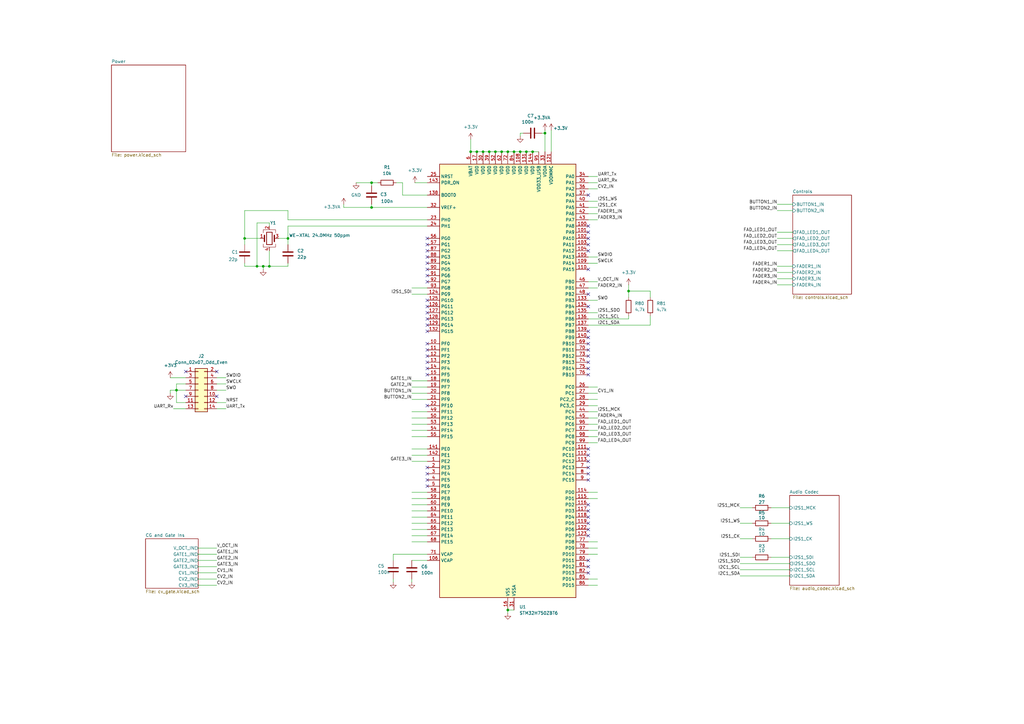
<source format=kicad_sch>
(kicad_sch (version 20250114) (generator "eeschema") (generator_version "9.0")
  (paper "A3")
  (junction (at 208.28 62.23))
  (junction (at 210.82 62.23))
  (junction (at 147.32 -118.11))
  (junction (at 123.19 -74.93))
  (junction (at 160.02 -130.81))
  (junction (at 105.41 109.22))
  (junction (at 208.28 -113.03))
  (junction (at 213.36 62.23))
  (junction (at 120.65 -74.93))
  (junction (at 205.74 62.23))
  (junction (at 223.52 54.61))
  (junction (at 152.4 85.09))
  (junction (at 107.95 109.22))
  (junction (at 149.86 -104.14))
  (junction (at 215.9 62.23))
  (junction (at 218.44 62.23))
  (junction (at 113.03 -86.36))
  (junction (at 213.36 -113.03))
  (junction (at 195.58 62.23))
  (junction (at 110.49 109.22))
  (junction (at 118.11 -74.93))
  (junction (at 205.74 -113.03))
  (junction (at 198.12 62.23))
  (junction (at 100.33 97.79))
  (junction (at 147.32 -130.81))
  (junction (at 203.2 62.23))
  (junction (at 205.74 -17.78))
  (junction (at 118.11 97.79))
  (junction (at 72.39 160.02))
  (junction (at 200.66 -113.03))
  (junction (at 208.28 250.19))
  (junction (at 210.82 -113.03))
  (junction (at 193.04 62.23))
  (junction (at 200.66 62.23))
  (junction (at 203.2 -113.03))
  (junction (at 257.81 119.38))
  (junction (at 213.36 -119.38))
  (junction (at 152.4 74.93))
  (junction (at 130.81 -86.36))
  (no_connect (at 241.3 196.85))
  (no_connect (at 241.3 229.87))
  (no_connect (at 175.26 115.57))
  (no_connect (at 88.9 152.4))
  (no_connect (at 241.3 189.23))
  (no_connect (at 241.3 100.33))
  (no_connect (at 241.3 207.01))
  (no_connect (at 241.3 217.17))
  (no_connect (at 241.3 135.89))
  (no_connect (at 241.3 102.87))
  (no_connect (at 241.3 92.71))
  (no_connect (at 241.3 120.65))
  (no_connect (at 241.3 234.95))
  (no_connect (at 241.3 153.67))
  (no_connect (at 175.26 125.73))
  (no_connect (at 175.26 123.19))
  (no_connect (at 241.3 138.43))
  (no_connect (at 241.3 80.01))
  (no_connect (at 76.2 152.4))
  (no_connect (at 241.3 97.79))
  (no_connect (at 175.26 113.03))
  (no_connect (at 175.26 135.89))
  (no_connect (at 175.26 107.95))
  (no_connect (at 241.3 125.73))
  (no_connect (at 88.9 162.56))
  (no_connect (at 241.3 151.13))
  (no_connect (at 241.3 194.31))
  (no_connect (at 175.26 166.37))
  (no_connect (at 241.3 214.63))
  (no_connect (at 175.26 191.77))
  (no_connect (at 175.26 143.51))
  (no_connect (at 175.26 102.87))
  (no_connect (at 175.26 199.39))
  (no_connect (at 175.26 97.79))
  (no_connect (at 241.3 186.69))
  (no_connect (at 241.3 146.05))
  (no_connect (at 241.3 110.49))
  (no_connect (at 175.26 146.05))
  (no_connect (at 175.26 110.49))
  (no_connect (at 175.26 196.85))
  (no_connect (at 175.26 105.41))
  (no_connect (at 241.3 140.97))
  (no_connect (at 76.2 162.56))
  (no_connect (at 175.26 128.27))
  (no_connect (at 241.3 232.41))
  (no_connect (at 241.3 191.77))
  (no_connect (at 175.26 140.97))
  (no_connect (at 175.26 148.59))
  (no_connect (at 241.3 143.51))
  (no_connect (at 175.26 194.31))
  (no_connect (at 241.3 148.59))
  (no_connect (at 241.3 219.71))
  (no_connect (at 175.26 133.35))
  (no_connect (at 175.26 100.33))
  (no_connect (at 175.26 130.81))
  (no_connect (at 175.26 153.67))
  (no_connect (at 241.3 95.25))
  (no_connect (at 241.3 212.09))
  (no_connect (at 175.26 151.13))
  (no_connect (at 241.3 184.15))
  (no_connect (at 241.3 209.55))
  (wire (pts (xy 175.26 85.09) (xy 152.4 85.09)))
  (wire (pts (xy 123.19 -81.28) (xy 123.19 -74.93)))
  (wire (pts (xy 107.95 109.22) (xy 110.49 109.22)))
  (wire (pts (xy 152.4 -104.14) (xy 149.86 -104.14)))
  (wire (pts (xy 113.03 -97.79) (xy 130.81 -97.79)))
  (wire (pts (xy 203.2 -113.03) (xy 203.2 -111.76)))
  (wire (pts (xy 71.12 167.64) (xy 76.2 167.64)))
  (wire (pts (xy 105.41 91.44) (xy 105.41 109.22)))
  (wire (pts (xy 203.2 62.23) (xy 205.74 62.23)))
  (wire (pts (xy 72.39 160.02) (xy 72.39 157.48)))
  (wire (pts (xy 200.66 -116.84) (xy 200.66 -113.03)))
  (wire (pts (xy 81.28 240.03) (xy 88.9 240.03)))
  (wire (pts (xy 168.91 237.49) (xy 168.91 238.76)))
  (wire (pts (xy 120.65 -74.93) (xy 123.19 -74.93)))
  (wire (pts (xy 168.91 176.53) (xy 175.26 176.53)))
  (wire (pts (xy 168.91 214.63) (xy 175.26 214.63)))
  (wire (pts (xy 200.66 62.23) (xy 203.2 62.23)))
  (wire (pts (xy 241.3 77.47) (xy 245.11 77.47)))
  (wire (pts (xy 113.03 -86.36) (xy 119.38 -86.36)))
  (wire (pts (xy 88.9 157.48) (xy 92.71 157.48)))
  (wire (pts (xy 100.33 97.79) (xy 106.68 97.79)))
  (wire (pts (xy 210.82 -113.03) (xy 213.36 -113.03)))
  (wire (pts (xy 88.9 167.64) (xy 92.71 167.64)))
  (wire (pts (xy 241.3 240.03) (xy 245.11 240.03)))
  (wire (pts (xy 215.9 62.23) (xy 218.44 62.23)))
  (wire (pts (xy 241.3 87.63) (xy 245.11 87.63)))
  (wire (pts (xy 241.3 115.57) (xy 245.11 115.57)))
  (wire (pts (xy 168.91 207.01) (xy 175.26 207.01)))
  (wire (pts (xy 120.65 -74.93) (xy 120.65 -73.66)))
  (wire (pts (xy 205.74 62.23) (xy 208.28 62.23)))
  (wire (pts (xy 100.33 86.36) (xy 100.33 97.79)))
  (wire (pts (xy 81.28 227.33) (xy 88.9 227.33)))
  (wire (pts (xy 161.29 237.49) (xy 161.29 238.76)))
  (wire (pts (xy 222.25 -119.38) (xy 222.25 -116.84)))
  (wire (pts (xy 241.3 133.35) (xy 266.7 133.35)))
  (wire (pts (xy 160.02 -104.14) (xy 162.56 -104.14)))
  (wire (pts (xy 208.28 -113.03) (xy 208.28 -111.76)))
  (wire (pts (xy 113.03 -97.79) (xy 113.03 -86.36)))
  (wire (pts (xy 241.3 166.37) (xy 245.11 166.37)))
  (wire (pts (xy 318.77 95.25) (xy 325.12 95.25)))
  (wire (pts (xy 162.56 -104.14) (xy 162.56 -99.06)))
  (wire (pts (xy 213.36 -119.38) (xy 213.36 -113.03)))
  (wire (pts (xy 130.81 -74.93) (xy 130.81 -76.2)))
  (wire (pts (xy 118.11 109.22) (xy 118.11 107.95)))
  (wire (pts (xy 303.53 228.6) (xy 308.61 228.6)))
  (wire (pts (xy 130.81 -97.79) (xy 130.81 -93.98)))
  (wire (pts (xy 154.94 74.93) (xy 152.4 74.93)))
  (wire (pts (xy 147.32 -130.81) (xy 147.32 -129.54)))
  (wire (pts (xy 165.1 80.01) (xy 175.26 80.01)))
  (wire (pts (xy 213.36 -120.65) (xy 213.36 -119.38)))
  (wire (pts (xy 130.81 -93.98) (xy 187.96 -93.98)))
  (wire (pts (xy 208.28 251.46) (xy 208.28 250.19)))
  (wire (pts (xy 241.3 130.81) (xy 257.81 130.81)))
  (wire (pts (xy 241.3 107.95) (xy 245.11 107.95)))
  (wire (pts (xy 152.4 74.93) (xy 146.05 74.93)))
  (wire (pts (xy 81.28 232.41) (xy 88.9 232.41)))
  (wire (pts (xy 303.53 220.98) (xy 308.61 220.98)))
  (wire (pts (xy 152.4 85.09) (xy 140.97 85.09)))
  (wire (pts (xy 175.26 227.33) (xy 161.29 227.33)))
  (wire (pts (xy 266.7 129.54) (xy 266.7 133.35)))
  (wire (pts (xy 81.28 229.87) (xy 88.9 229.87)))
  (wire (pts (xy 241.3 237.49) (xy 245.11 237.49)))
  (wire (pts (xy 173.99 -40.64) (xy 173.99 -38.1)))
  (wire (pts (xy 245.11 171.45) (xy 241.3 171.45)))
  (wire (pts (xy 226.06 53.34) (xy 226.06 62.23)))
  (wire (pts (xy 113.03 -74.93) (xy 113.03 -76.2)))
  (wire (pts (xy 72.39 165.1) (xy 72.39 160.02)))
  (wire (pts (xy 147.32 -116.84) (xy 147.32 -118.11)))
  (wire (pts (xy 162.56 74.93) (xy 165.1 74.93)))
  (wire (pts (xy 100.33 109.22) (xy 100.33 107.95)))
  (wire (pts (xy 168.91 163.83) (xy 175.26 163.83)))
  (wire (pts (xy 318.77 83.82) (xy 325.12 83.82)))
  (wire (pts (xy 110.49 102.87) (xy 110.49 109.22)))
  (wire (pts (xy 316.23 214.63) (xy 323.85 214.63)))
  (wire (pts (xy 213.36 -113.03) (xy 213.36 -111.76)))
  (wire (pts (xy 105.41 109.22) (xy 107.95 109.22)))
  (wire (pts (xy 118.11 90.17) (xy 175.26 90.17)))
  (wire (pts (xy 241.3 173.99) (xy 245.11 173.99)))
  (wire (pts (xy 193.04 57.15) (xy 193.04 62.23)))
  (wire (pts (xy 127 -86.36) (xy 130.81 -86.36)))
  (wire (pts (xy 100.33 109.22) (xy 105.41 109.22)))
  (wire (pts (xy 257.81 129.54) (xy 257.81 130.81)))
  (wire (pts (xy 318.77 97.79) (xy 325.12 97.79)))
  (wire (pts (xy 205.74 -17.78) (xy 205.74 -16.51)))
  (wire (pts (xy 107.95 109.22) (xy 107.95 110.49)))
  (wire (pts (xy 241.3 72.39) (xy 245.11 72.39)))
  (wire (pts (xy 205.74 -113.03) (xy 208.28 -113.03)))
  (wire (pts (xy 245.11 118.11) (xy 241.3 118.11)))
  (wire (pts (xy 168.91 161.29) (xy 175.26 161.29)))
  (wire (pts (xy 168.91 219.71) (xy 175.26 219.71)))
  (wire (pts (xy 81.28 234.95) (xy 88.9 234.95)))
  (wire (pts (xy 318.77 102.87) (xy 325.12 102.87)))
  (wire (pts (xy 241.3 158.75) (xy 245.11 158.75)))
  (wire (pts (xy 100.33 86.36) (xy 118.11 86.36)))
  (wire (pts (xy 168.91 186.69) (xy 175.26 186.69)))
  (wire (pts (xy 200.66 -113.03) (xy 200.66 -111.76)))
  (wire (pts (xy 241.3 179.07) (xy 245.11 179.07)))
  (wire (pts (xy 218.44 62.23) (xy 220.98 62.23)))
  (wire (pts (xy 168.91 184.15) (xy 175.26 184.15)))
  (wire (pts (xy 130.81 -91.44) (xy 130.81 -86.36)))
  (wire (pts (xy 81.28 224.79) (xy 88.9 224.79)))
  (wire (pts (xy 168.91 120.65) (xy 175.26 120.65)))
  (wire (pts (xy 168.91 171.45) (xy 175.26 171.45)))
  (wire (pts (xy 303.53 236.22) (xy 323.85 236.22)))
  (wire (pts (xy 168.91 201.93) (xy 175.26 201.93)))
  (wire (pts (xy 118.11 86.36) (xy 118.11 90.17)))
  (wire (pts (xy 208.28 62.23) (xy 210.82 62.23)))
  (wire (pts (xy 303.53 233.68) (xy 323.85 233.68)))
  (wire (pts (xy 303.53 208.28) (xy 308.61 208.28)))
  (wire (pts (xy 100.33 100.33) (xy 100.33 97.79)))
  (wire (pts (xy 223.52 54.61) (xy 223.52 62.23)))
  (wire (pts (xy 181.61 -30.48) (xy 181.61 -29.21)))
  (wire (pts (xy 200.66 -113.03) (xy 203.2 -113.03)))
  (wire (pts (xy 147.32 -130.81) (xy 160.02 -130.81)))
  (wire (pts (xy 139.7 -130.81) (xy 147.32 -130.81)))
  (wire (pts (xy 118.11 100.33) (xy 118.11 97.79)))
  (wire (pts (xy 123.19 -74.93) (xy 130.81 -74.93)))
  (wire (pts (xy 241.3 204.47) (xy 245.11 204.47)))
  (wire (pts (xy 213.36 62.23) (xy 215.9 62.23)))
  (wire (pts (xy 208.28 -113.03) (xy 210.82 -113.03)))
  (wire (pts (xy 162.56 -99.06) (xy 187.96 -99.06)))
  (wire (pts (xy 198.12 62.23) (xy 200.66 62.23)))
  (wire (pts (xy 160.02 -130.81) (xy 187.96 -130.81)))
  (wire (pts (xy 168.91 209.55) (xy 175.26 209.55)))
  (wire (pts (xy 316.23 220.98) (xy 323.85 220.98)))
  (wire (pts (xy 123.19 -92.71) (xy 123.19 -91.44)))
  (wire (pts (xy 205.74 -113.03) (xy 205.74 -111.76)))
  (wire (pts (xy 318.77 116.84) (xy 325.12 116.84)))
  (wire (pts (xy 130.81 -91.44) (xy 187.96 -91.44)))
  (wire (pts (xy 123.19 -92.71) (xy 118.11 -92.71)))
  (wire (pts (xy 81.28 237.49) (xy 88.9 237.49)))
  (wire (pts (xy 168.91 179.07) (xy 175.26 179.07)))
  (wire (pts (xy 161.29 227.33) (xy 161.29 229.87)))
  (wire (pts (xy 69.85 160.02) (xy 72.39 160.02)))
  (wire (pts (xy 316.23 228.6) (xy 323.85 228.6)))
  (wire (pts (xy 168.91 222.25) (xy 175.26 222.25)))
  (wire (pts (xy 149.86 -104.14) (xy 143.51 -104.14)))
  (wire (pts (xy 88.9 160.02) (xy 92.71 160.02)))
  (wire (pts (xy 203.2 -113.03) (xy 205.74 -113.03)))
  (wire (pts (xy 318.77 109.22) (xy 325.12 109.22)))
  (wire (pts (xy 266.7 119.38) (xy 266.7 121.92)))
  (wire (pts (xy 245.11 90.17) (xy 241.3 90.17)))
  (wire (pts (xy 168.91 212.09) (xy 175.26 212.09)))
  (wire (pts (xy 168.91 229.87) (xy 175.26 229.87)))
  (wire (pts (xy 175.26 158.75) (xy 168.91 158.75)))
  (wire (pts (xy 165.1 74.93) (xy 165.1 80.01)))
  (wire (pts (xy 241.3 224.79) (xy 245.11 224.79)))
  (wire (pts (xy 149.86 -102.87) (xy 149.86 -104.14)))
  (wire (pts (xy 118.11 92.71) (xy 175.26 92.71)))
  (wire (pts (xy 223.52 53.34) (xy 223.52 54.61)))
  (wire (pts (xy 241.3 163.83) (xy 245.11 163.83)))
  (wire (pts (xy 210.82 -113.03) (xy 210.82 -111.76)))
  (wire (pts (xy 113.03 -74.93) (xy 118.11 -74.93)))
  (wire (pts (xy 170.18 74.93) (xy 175.26 74.93)))
  (wire (pts (xy 72.39 160.02) (xy 76.2 160.02)))
  (wire (pts (xy 214.63 -119.38) (xy 213.36 -119.38)))
  (wire (pts (xy 210.82 62.23) (xy 213.36 62.23)))
  (wire (pts (xy 181.61 -38.1) (xy 187.96 -38.1)))
  (wire (pts (xy 318.77 100.33) (xy 325.12 100.33)))
  (wire (pts (xy 168.91 173.99) (xy 175.26 173.99)))
  (wire (pts (xy 208.28 250.19) (xy 210.82 250.19)))
  (wire (pts (xy 241.3 123.19) (xy 245.11 123.19)))
  (wire (pts (xy 160.02 -130.81) (xy 160.02 -128.27)))
  (wire (pts (xy 193.04 62.23) (xy 195.58 62.23)))
  (wire (pts (xy 241.3 181.61) (xy 245.11 181.61)))
  (wire (pts (xy 241.3 82.55) (xy 245.11 82.55)))
  (wire (pts (xy 160.02 -120.65) (xy 160.02 -118.11)))
  (wire (pts (xy 147.32 -119.38) (xy 147.32 -118.11)))
  (wire (pts (xy 241.3 161.29) (xy 245.11 161.29)))
  (wire (pts (xy 88.9 154.94) (xy 92.71 154.94)))
  (wire (pts (xy 187.96 -130.81) (xy 187.96 -104.14)))
  (wire (pts (xy 76.2 165.1) (xy 72.39 165.1)))
  (wire (pts (xy 152.4 83.82) (xy 152.4 85.09)))
  (wire (pts (xy 303.53 231.14) (xy 323.85 231.14)))
  (wire (pts (xy 316.23 208.28) (xy 323.85 208.28)))
  (wire (pts (xy 241.3 176.53) (xy 245.11 176.53)))
  (wire (pts (xy 110.49 91.44) (xy 110.49 92.71)))
  (wire (pts (xy 303.53 214.63) (xy 308.61 214.63)))
  (wire (pts (xy 118.11 -74.93) (xy 120.65 -74.93)))
  (wire (pts (xy 114.3 97.79) (xy 118.11 97.79)))
  (wire (pts (xy 113.03 -83.82) (xy 113.03 -86.36)))
  (wire (pts (xy 168.91 189.23) (xy 175.26 189.23)))
  (wire (pts (xy 173.99 -30.48) (xy 173.99 -29.21)))
  (wire (pts (xy 168.91 118.11) (xy 175.26 118.11)))
  (wire (pts (xy 318.77 86.36) (xy 325.12 86.36)))
  (wire (pts (xy 205.74 -17.78) (xy 208.28 -17.78)))
  (wire (pts (xy 118.11 92.71) (xy 118.11 97.79)))
  (wire (pts (xy 168.91 204.47) (xy 175.26 204.47)))
  (wire (pts (xy 318.77 111.76) (xy 325.12 111.76)))
  (wire (pts (xy 222.25 54.61) (xy 223.52 54.61)))
  (wire (pts (xy 318.77 114.3) (xy 325.12 114.3)))
  (wire (pts (xy 241.3 201.93) (xy 245.11 201.93)))
  (wire (pts (xy 213.36 54.61) (xy 214.63 54.61)))
  (wire (pts (xy 241.3 227.33) (xy 245.11 227.33)))
  (wire (pts (xy 69.85 161.29) (xy 69.85 160.02)))
  (wire (pts (xy 140.97 83.82) (xy 140.97 85.09)))
  (wire (pts (xy 241.3 105.41) (xy 245.11 105.41)))
  (wire (pts (xy 110.49 91.44) (xy 105.41 91.44)))
  (wire (pts (xy 187.96 -40.64) (xy 173.99 -40.64)))
  (wire (pts (xy 168.91 168.91) (xy 175.26 168.91)))
  (wire (pts (xy 241.3 85.09) (xy 245.11 85.09)))
  (wire (pts (xy 257.81 119.38) (xy 257.81 121.92)))
  (wire (pts (xy 195.58 62.23) (xy 198.12 62.23)))
  (wire (pts (xy 69.85 154.94) (xy 76.2 154.94)))
  (wire (pts (xy 160.02 -118.11) (xy 147.32 -118.11)))
  (wire (pts (xy 110.49 109.22) (xy 118.11 109.22)))
  (wire (pts (xy 168.91 217.17) (xy 175.26 217.17)))
  (wire (pts (xy 241.3 168.91) (xy 245.11 168.91)))
  (wire (pts (xy 257.81 119.38) (xy 266.7 119.38)))
  (wire (pts (xy 257.81 116.84) (xy 257.81 119.38)))
  (wire (pts (xy 241.3 222.25) (xy 245.11 222.25)))
  (wire (pts (xy 118.11 -92.71) (xy 118.11 -74.93)))
  (wire (pts (xy 213.36 55.88) (xy 213.36 54.61)))
  (wire (pts (xy 76.2 157.48) (xy 72.39 157.48)))
  (wire (pts (xy 88.9 165.1) (xy 92.71 165.1)))
  (wire (pts (xy 175.26 156.21) (xy 168.91 156.21)))
  (wire (pts (xy 130.81 -83.82) (xy 130.81 -86.36)))
  (wire (pts (xy 152.4 76.2) (xy 152.4 74.93)))
  (wire (pts (xy 241.3 74.93) (xy 245.11 74.93)))
  (wire (pts (xy 241.3 128.27) (xy 245.11 128.27)))
  (label "FADER1_IN" (at 318.77 109.22 180))
  (label "SWO" (at 92.71 160.02 0))
  (label "I2C1_SCL" (at 245.11 130.81 0))
  (label "CV2_IN" (at 88.9 237.49 0))
  (label "I2S1_WS" (at 303.53 214.63 180))
  (label "BUTTON1_IN" (at 168.91 161.29 180))
  (label "CV1_IN" (at 245.11 161.29 0))
  (label "FADER1_IN" (at 245.11 87.63 0))
  (label "FADER4_IN" (at 245.11 171.45 0))
  (label "I2S1_MCK" (at 245.11 168.91 0))
  (label "SWO" (at 245.11 123.19 0))
  (label "FAD_LED3_OUT" (at 245.11 179.07 0))
  (label "FAD_LED1_OUT" (at 318.77 95.25 180))
  (label "SWCLK" (at 245.11 107.95 0))
  (label "GATE3_IN" (at 168.91 189.23 180))
  (label "FAD_LED1_OUT" (at 245.11 173.99 0))
  (label "BUTTON2_IN" (at 318.77 86.36 180))
  (label "I2S1_SDO" (at 245.11 128.27 0))
  (label "SWCLK" (at 92.71 157.48 0))
  (label "UART_Rx" (at 245.11 74.93 0))
  (label "I2C1_SDA" (at 245.11 133.35 0))
  (label "BUTTON1_IN" (at 318.77 83.82 180))
  (label "GATE2_IN" (at 168.91 158.75 180))
  (label "GATE1_IN" (at 88.9 227.33 0))
  (label "UART_Tx" (at 92.71 167.64 0))
  (label "GATE2_IN" (at 88.9 229.87 0))
  (label "FADER3_IN" (at 318.77 114.3 180))
  (label "UART_Tx" (at 245.11 72.39 0))
  (label "I2S1_SDI" (at 303.53 228.6 180))
  (label "FADER3_IN" (at 245.11 90.17 0))
  (label "FAD_LED3_OUT" (at 318.77 100.33 180))
  (label "I2S1_SDO" (at 303.53 231.14 180))
  (label "FADER2_IN" (at 318.77 111.76 180))
  (label "I2S1_SDI" (at 168.91 120.65 180))
  (label "GATE1_IN" (at 168.91 156.21 180))
  (label "V_OCT_IN" (at 245.11 115.57 0))
  (label "FADER4_IN" (at 318.77 116.84 180))
  (label "GATE3_IN" (at 88.9 232.41 0))
  (label "I2S1_CK" (at 245.11 85.09 0))
  (label "NRST" (at 92.71 165.1 0))
  (label "SWDIO" (at 245.11 105.41 0))
  (label "CV2_IN" (at 88.9 240.03 0))
  (label "BUTTON2_IN" (at 168.91 163.83 180))
  (label "FAD_LED2_OUT" (at 245.11 176.53 0))
  (label "I2C1_SDA" (at 303.53 236.22 180))
  (label "I2C1_SCL" (at 303.53 233.68 180))
  (label "CV1_IN" (at 88.9 234.95 0))
  (label "FAD_LED4_OUT" (at 318.77 102.87 180))
  (label "SWDIO" (at 92.71 154.94 0))
  (label "NRST" (at 139.7 -130.81 180))
  (label "FAD_LED2_OUT" (at 318.77 97.79 180))
  (label "CV2_IN" (at 245.11 77.47 0))
  (label "I2S1_WS" (at 245.11 82.55 0))
  (label "FAD_LED4_OUT" (at 245.11 181.61 0))
  (label "V_OCT_IN" (at 88.9 224.79 0))
  (label "I2S1_CK" (at 303.53 220.98 180))
  (label "UART_Rx" (at 71.12 167.64 180))
  (label "FADER2_IN" (at 245.11 118.11 0))
  (label "I2S1_MCK" (at 303.53 208.28 180))
  (symbol (lib_id "power:+3.3V") (at 200.66 -116.84 0) (unit 1)
    (property "Reference" "#PWR016" (effects (hide yes)))
    (property "Value" "+3.3V" (at 200.66 -121.92 0))
    (property "Description" "Power symbol creates a global label with name \"+3.3V\"" (effects (hide yes)))
  )
  (symbol (lib_id "power:+3V3") (at 69.85 154.94 0) (unit 1)
    (property "Reference" "#PWR02" (effects (hide yes)))
    (property "Value" "+3V3" (at 69.85 149.86 0))
    (property "Description" "Power symbol creates a global label with name \"+3V3\"" (effects (hide yes)))
  )
  (symbol (lib_id "power:GND") (at 181.61 -29.21 0) (unit 1)
    (property "Reference" "#PWR0110" (effects (hide yes)))
    (property "Value" "GND" (effects (hide yes)))
    (property "Description" "Power symbol creates a global label with name \"GND\" , ground" (effects (hide yes)))
  )
  (symbol (lib_id "Device:C") (at 218.44 -119.38 270) (unit 1)
    (property "Reference" "C11" (at 218.948 -126.492 90) (effects (justify right)))
    (property "Value" "100n" (at 218.948 -123.952 90) (effects (justify right)))
    (property "Footprint" "Capacitor_SMD:C_0603_1608Metric" (effects (hide yes)))
    (property "Description" "Unpolarized capacitor" (effects (hide yes)))
    (property "Manufacturer_Name" "KYOCERA AVX " (effects (hide yes)))
    (property "Manufacturer_Part_Number" "KAF15BR72A104KT" (effects (hide yes)))
    (property "Mouser Part Number" "581-KAF15BR72A104KT" (effects (hide yes)))
  )
  (symbol (lib_id "Device:R") (at 257.81 125.73 0) (unit 1)
    (property "Reference" "R80" (at 260.35 124.4599 0) (effects (justify left)))
    (property "Value" "4.7k" (at 260.35 126.9999 0) (effects (justify left)))
    (property "Footprint" "Resistor_SMD:R_0603_1608Metric_Pad0.98x0.95mm_HandSolder" (effects (hide yes)))
    (property "Description" "Resistor" (effects (hide yes)))
  )
  (symbol (lib_id "Device:Crystal_GND24") (at 110.49 97.79 0) (unit 1)
    (property "Reference" "Y1" (at 112.014 91.44 0))
    (property "Value" "WE-XTAL 24.0MHz 50ppm" (at 131.064 96.52 0))
    (property "Footprint" "Crystal:Crystal_SMD_3225-4Pin_3.2x2.5mm_HandSoldering" (effects (hide yes)))
    (property "Description" "Four pin crystal, GND on pins 2 and 4" (effects (hide yes)))
    (property "Manufacturer_Name" "Wurth Elektronik" (effects (hide yes)))
    (property "Manufacturer_Part_Number" "830064703 " (effects (hide yes)))
    (property "Mouser Part Number" " 710-830064703" (effects (hide yes)))
  )
  (symbol (lib_id "power:+3.3V") (at 193.04 57.15 0) (unit 1)
    (property "Reference" "#PWR011" (effects (hide yes)))
    (property "Value" "+3.3V" (at 193.04 52.07 0))
    (property "Description" "Power symbol creates a global label with name \"+3.3V\"" (effects (hide yes)))
  )
  (symbol (lib_id "Device:C") (at 152.4 80.01 0) (unit 1)
    (property "Reference" "C3" (at 155.956 79.756 0) (effects (justify left)))
    (property "Value" "100n" (at 156.21 82.55 0) (effects (justify left)))
    (property "Footprint" "Capacitor_SMD:C_0603_1608Metric" (effects (hide yes)))
    (property "Description" "Unpolarized capacitor" (effects (hide yes)))
    (property "Manufacturer_Name" "KYOCERA AVX " (effects (hide yes)))
    (property "Manufacturer_Part_Number" "KAF15BR72A104KT" (effects (hide yes)))
    (property "Mouser Part Number" "581-KAF15BR72A104KT" (effects (hide yes)))
  )
  (symbol (lib_id "power:GND") (at 147.32 -116.84 0) (unit 1)
    (property "Reference" "#PWR06" (effects (hide yes)))
    (property "Value" "GND" (effects (hide yes)))
    (property "Description" "Power symbol creates a global label with name \"GND\" , ground" (effects (hide yes)))
  )
  (symbol (lib_id "power:GND") (at 168.91 238.76 0) (unit 1)
    (property "Reference" "#PWR09" (effects (hide yes)))
    (property "Value" "GND" (effects (hide yes)))
    (property "Description" "Power symbol creates a global label with name \"GND\" , ground" (effects (hide yes)))
  )
  (symbol (lib_id "Device:C") (at 173.99 -34.29 180) (unit 1)
    (property "Reference" "C10" (at 167.64 -35.814 0) (effects (justify right)))
    (property "Value" "100n" (at 167.64 -33.274 0) (effects (justify right)))
    (property "Footprint" "Capacitor_SMD:C_0603_1608Metric" (effects (hide yes)))
    (property "Description" "Unpolarized capacitor" (effects (hide yes)))
    (property "Manufacturer_Name" "KYOCERA AVX " (effects (hide yes)))
    (property "Manufacturer_Part_Number" "KAF15BR72A104KT" (effects (hide yes)))
    (property "Mouser Part Number" "581-KAF15BR72A104KT" (effects (hide yes)))
  )
  (symbol (lib_id "Device:C") (at 118.11 104.14 0) (unit 1)
    (property "Reference" "C2" (at 121.92 102.8699 0) (effects (justify left)))
    (property "Value" "22p" (at 121.92 105.4099 0) (effects (justify left)))
    (property "Footprint" "Capacitor_SMD:C_0603_1608Metric" (effects (hide yes)))
    (property "Description" "Unpolarized capacitor" (effects (hide yes)))
    (property "Manufacturer_Name" "KEMET " (effects (hide yes)))
    (property "Manufacturer_Part_Number" " C0603C220J1GACTU" (effects (hide yes)))
    (property "Mouser Part Number" " 80-C0603C220J1G" (effects (hide yes)))
  )
  (symbol (lib_id "Device:C") (at 160.02 -124.46 0) (unit 1)
    (property "Reference" "C4" (at 163.83 -125.7301 0) (effects (justify left)))
    (property "Value" "100n" (at 163.83 -123.1901 0) (effects (justify left)))
    (property "Footprint" "Capacitor_SMD:C_0603_1608Metric" (effects (hide yes)))
    (property "Description" "Unpolarized capacitor" (effects (hide yes)))
    (property "Manufacturer_Name" "KYOCERA AVX " (effects (hide yes)))
    (property "Manufacturer_Part_Number" "KAF15BR72A104KT" (effects (hide yes)))
    (property "Mouser Part Number" "581-KAF15BR72A104KT" (effects (hide yes)))
  )
  (symbol (lib_id "power:GND") (at 143.51 -104.14 0) (unit 1)
    (property "Reference" "#PWR03" (effects (hide yes)))
    (property "Value" "GND" (at 143.51 -99.06 0))
    (property "Description" "Power symbol creates a global label with name \"GND\" , ground" (effects (hide yes)))
  )
  (symbol (lib_id "Device:C") (at 113.03 -80.01 0) (unit 1)
    (property "Reference" "C12" (at 107.696 -80.772 0) (effects (justify left)))
    (property "Value" "22p" (at 106.426 -77.724 0) (effects (justify left)))
    (property "Footprint" "Capacitor_SMD:C_0603_1608Metric" (effects (hide yes)))
    (property "Description" "Unpolarized capacitor" (effects (hide yes)))
    (property "Manufacturer_Name" "KEMET " (effects (hide yes)))
    (property "Manufacturer_Part_Number" " C0603C220J1GACTU" (effects (hide yes)))
    (property "Mouser Part Number" " 80-C0603C220J1G" (effects (hide yes)))
  )
  (symbol (lib_id "Device:C") (at 100.33 104.14 0) (unit 1)
    (property "Reference" "C1" (at 94.996 103.378 0) (effects (justify left)))
    (property "Value" "22p" (at 93.726 106.426 0) (effects (justify left)))
    (property "Footprint" "Capacitor_SMD:C_0603_1608Metric" (effects (hide yes)))
    (property "Description" "Unpolarized capacitor" (effects (hide yes)))
    (property "Manufacturer_Name" "KEMET " (effects (hide yes)))
    (property "Manufacturer_Part_Number" " C0603C220J1GACTU" (effects (hide yes)))
    (property "Mouser Part Number" " 80-C0603C220J1G" (effects (hide yes)))
  )
  (symbol (lib_id "power:GND") (at 208.28 251.46 0) (unit 1)
    (property "Reference" "#PWR012" (effects (hide yes)))
    (property "Value" "GND" (effects (hide yes)))
    (property "Description" "Power symbol creates a global label with name \"GND\" , ground" (effects (hide yes)))
  )
  (symbol (lib_id "power:GND") (at 107.95 110.49 0) (unit 1)
    (property "Reference" "#PWR04" (effects (hide yes)))
    (property "Value" "GND" (effects (hide yes)))
    (property "Description" "Power symbol creates a global label with name \"GND\" , ground" (effects (hide yes)))
  )
  (symbol (lib_id "Device:R") (at 312.42 220.98 90) (unit 1)
    (property "Reference" "R4" (at 312.42 217.17 90))
    (property "Value" "10" (at 312.42 218.948 90))
    (property "Description" "Resistor" (effects (hide yes)))
  )
  (symbol (lib_id "Device:C") (at 130.81 -80.01 0) (unit 1)
    (property "Reference" "C13" (at 134.62 -81.2801 0) (effects (justify left)))
    (property "Value" "22p" (at 134.62 -78.7401 0) (effects (justify left)))
    (property "Footprint" "Capacitor_SMD:C_0603_1608Metric" (effects (hide yes)))
    (property "Description" "Unpolarized capacitor" (effects (hide yes)))
    (property "Manufacturer_Name" "KEMET " (effects (hide yes)))
    (property "Manufacturer_Part_Number" " C0603C220J1GACTU" (effects (hide yes)))
    (property "Mouser Part Number" " 80-C0603C220J1G" (effects (hide yes)))
  )
  (symbol (lib_id "power:+3.3VA") (at 213.36 -120.65 0) (unit 1)
    (property "Reference" "#PWR018" (effects (hide yes)))
    (property "Value" "+3.3VA" (at 212.09 -125.73 0))
    (property "Description" "Power symbol creates a global label with name \"+3.3VA\"" (effects (hide yes)))
  )
  (symbol (lib_id "power:+3.3VA") (at 140.97 83.82 0) (unit 1)
    (property "Reference" "#PWR05" (effects (hide yes)))
    (property "Value" "+3.3VA" (at 136.144 84.836 0))
    (property "Description" "Power symbol creates a global label with name \"+3.3VA\"" (effects (hide yes)))
  )
  (symbol (lib_id "power:GND") (at 161.29 238.76 0) (unit 1)
    (property "Reference" "#PWR08" (effects (hide yes)))
    (property "Value" "GND" (effects (hide yes)))
    (property "Description" "Power symbol creates a global label with name \"GND\" , ground" (effects (hide yes)))
  )
  (symbol (lib_id "Connector_Generic:Conn_02x07_Odd_Even") (at 81.28 160.02 0) (unit 1)
    (property "Reference" "J2" (at 82.55 146.05 0))
    (property "Value" "Conn_02x07_Odd_Even" (at 82.55 148.59 0))
    (property "Footprint" "Connector_PinHeader_1.27mm:PinHeader_2x07_P1.27mm_Vertical" (effects (hide yes)))
    (property "Description" "Generic connector, double row, 02x07, odd/even pin numbering scheme (row 1 odd numbers, row 2 even numbers), script generated (kicad-library-utils/schlib/autogen/connector/)" (effects (hide yes)))
  )
  (symbol (lib_id "power:+3.3V") (at 226.06 53.34 0) (unit 1)
    (property "Reference" "#PWR015" (effects (hide yes)))
    (property "Value" "+3.3V" (at 229.87 52.578 0))
    (property "Description" "Power symbol creates a global label with name \"+3.3V\"" (effects (hide yes)))
  )
  (symbol (lib_id "Device:C") (at 181.61 -34.29 180) (unit 1)
    (property "Reference" "C14" (at 185.42 -35.5601 0) (effects (justify right)))
    (property "Value" "100n" (at 185.42 -33.0201 0) (effects (justify right)))
    (property "Footprint" "Capacitor_SMD:C_0603_1608Metric" (effects (hide yes)))
    (property "Description" "Unpolarized capacitor" (effects (hide yes)))
    (property "Manufacturer_Name" "KYOCERA AVX " (effects (hide yes)))
    (property "Manufacturer_Part_Number" "KAF15BR72A104KT" (effects (hide yes)))
    (property "Mouser Part Number" "581-KAF15BR72A104KT" (effects (hide yes)))
  )
  (symbol (lib_id "Device:Crystal_GND24") (at 123.19 -86.36 0) (unit 1)
    (property "Reference" "Y2" (at 124.714 -92.71 0))
    (property "Value" "WE-XTAL 24.0MHz 50ppm" (at 143.764 -87.63 0))
    (property "Footprint" "Crystal:Crystal_SMD_3225-4Pin_3.2x2.5mm_HandSoldering" (effects (hide yes)))
    (property "Description" "Four pin crystal, GND on pins 2 and 4" (effects (hide yes)))
    (property "Manufacturer_Name" "Wurth Elektronik" (effects (hide yes)))
    (property "Manufacturer_Part_Number" "830064703 " (effects (hide yes)))
    (property "Mouser Part Number" " 710-830064703" (effects (hide yes)))
  )
  (symbol (lib_id "Device:R") (at 156.21 -104.14 90) (unit 1)
    (property "Reference" "R7" (at 156.21 -110.49 90))
    (property "Value" "10k" (at 156.21 -107.95 90))
    (property "Footprint" "Resistor_SMD:R_0603_1608Metric_Pad0.98x0.95mm_HandSolder" (effects (hide yes)))
    (property "Description" "Resistor" (effects (hide yes)))
    (property "Manufacturer_Name" "Welwyn Components / TT Electronics" (effects (hide yes)))
    (property "Manufacturer_Part_Number" "WCR0603-10KFA" (effects (hide yes)))
    (property "Mouser Part Number" "756-WCR0603-10KFA" (effects (hide yes)))
  )
  (symbol (lib_id "Device:R") (at 312.42 228.6 90) (unit 1)
    (property "Reference" "R3" (at 312.42 224.028 90))
    (property "Value" "10" (at 312.42 225.806 90))
    (property "Description" "Resistor" (effects (hide yes)))
  )
  (symbol (lib_id "MCU_ST_STM32H7:STM32H7A3RITx") (at 205.74 -63.5 0) (unit 1)
    (property "Reference" "U2" (at 210.4233 -16.51 0) (effects (justify left)))
    (property "Value" "STM32H7A3RITx" (at 210.4233 -13.97 0) (effects (justify left)))
    (property "Footprint" "Package_QFP:LQFP-64_10x10mm_P0.5mm" (effects (hide yes)))
    (property "Datasheet" "https://www.st.com/resource/en/datasheet/stm32h7a3ri.pdf" (effects (hide yes)))
    (property "Description" "STMicroelectronics Arm Cortex-M7 MCU, 2048KB flash, 1184KB RAM, 280 MHz, 1.62-3.6V, 49 GPIO, LQFP64" (effects (hide yes)))
  )
  (symbol (lib_id "power:GND") (at 213.36 55.88 0) (unit 1)
    (property "Reference" "#PWR013" (effects (hide yes)))
    (property "Value" "GND" (effects (hide yes)))
    (property "Description" "Power symbol creates a global label with name \"GND\" , ground" (effects (hide yes)))
  )
  (symbol (lib_id "power:GND") (at 146.05 74.93 0) (unit 1)
    (property "Reference" "#PWR07" (effects (hide yes)))
    (property "Value" "GND" (at 146.05 80.01 0))
    (property "Description" "Power symbol creates a global label with name \"GND\" , ground" (effects (hide yes)))
  )
  (symbol (lib_id "Device:R") (at 312.42 208.28 90) (unit 1)
    (property "Reference" "R6" (at 312.42 203.454 90))
    (property "Value" "27" (at 312.42 205.994 90))
    (property "Description" "Resistor" (effects (hide yes)))
  )
  (symbol (lib_id "power:GND") (at 120.65 -73.66 0) (unit 1)
    (property "Reference" "#PWR019" (effects (hide yes)))
    (property "Value" "GND" (effects (hide yes)))
    (property "Description" "Power symbol creates a global label with name \"GND\" , ground" (effects (hide yes)))
  )
  (symbol (lib_id "Device:C") (at 161.29 233.68 180) (unit 1)
    (property "Reference" "C5" (at 154.94 232.156 0) (effects (justify right)))
    (property "Value" "100n" (at 154.94 234.696 0) (effects (justify right)))
    (property "Footprint" "Capacitor_SMD:C_0603_1608Metric" (effects (hide yes)))
    (property "Description" "Unpolarized capacitor" (effects (hide yes)))
    (property "Manufacturer_Name" "KYOCERA AVX " (effects (hide yes)))
    (property "Manufacturer_Part_Number" "KAF15BR72A104KT" (effects (hide yes)))
    (property "Mouser Part Number" "581-KAF15BR72A104KT" (effects (hide yes)))
  )
  (symbol (lib_id "power:+3.3V") (at 170.18 74.93 0) (unit 1)
    (property "Reference" "#PWR010" (effects (hide yes)))
    (property "Value" "+3.3V" (at 170.18 69.85 0))
    (property "Description" "Power symbol creates a global label with name \"+3.3V\"" (effects (hide yes)))
  )
  (symbol (lib_id "Switch:SW_Push") (at 147.32 -124.46 90) (unit 1)
    (property "Reference" "SW1" (at 148.59 -125.7301 90) (effects (justify right)))
    (property "Value" "SW_Push" (at 148.59 -123.1901 90) (effects (justify right)))
    (property "Footprint" "Eurorack:TS046643BK100SMT" (effects (hide yes)))
    (property "Datasheet" "https://eu.mouser.com/datasheet/2/1628/ts04-3511092.pdf" (effects (hide yes)))
    (property "Description" "Push button switch, generic, two pins" (effects (hide yes)))
    (property "Manufacturer_Name" "Same Sky" (effects (hide yes)))
    (property "Manufacturer_Part_Number" "TS04-66-43-BK-100-SMT" (effects (hide yes)))
    (property "Mouser Part Number" "179-TS046643BK100SMT" (effects (hide yes)))
  )
  (symbol (lib_id "Device:R") (at 312.42 214.63 90) (unit 1)
    (property "Reference" "R5" (at 312.42 210.312 90))
    (property "Value" "10" (at 312.42 212.344 90))
    (property "Description" "Resistor" (effects (hide yes)))
  )
  (symbol (lib_id "power:GND") (at 205.74 -16.51 0) (unit 1)
    (property "Reference" "#PWR0111" (effects (hide yes)))
    (property "Value" "GND" (effects (hide yes)))
    (property "Description" "Power symbol creates a global label with name \"GND\" , ground" (effects (hide yes)))
  )
  (symbol (lib_id "power:GND") (at 222.25 -116.84 0) (unit 1)
    (property "Reference" "#PWR017" (effects (hide yes)))
    (property "Value" "GND" (effects (hide yes)))
    (property "Description" "Power symbol creates a global label with name \"GND\" , ground" (effects (hide yes)))
  )
  (symbol (lib_id "power:GND") (at 173.99 -29.21 0) (unit 1)
    (property "Reference" "#PWR020" (effects (hide yes)))
    (property "Value" "GND" (effects (hide yes)))
    (property "Description" "Power symbol creates a global label with name \"GND\" , ground" (effects (hide yes)))
  )
  (symbol (lib_id "Device:C") (at 168.91 233.68 180) (unit 1)
    (property "Reference" "C6" (at 172.72 232.4099 0) (effects (justify right)))
    (property "Value" "100n" (at 172.72 234.9499 0) (effects (justify right)))
    (property "Footprint" "Capacitor_SMD:C_0603_1608Metric" (effects (hide yes)))
    (property "Description" "Unpolarized capacitor" (effects (hide yes)))
    (property "Manufacturer_Name" "KYOCERA AVX " (effects (hide yes)))
    (property "Manufacturer_Part_Number" "KAF15BR72A104KT" (effects (hide yes)))
    (property "Mouser Part Number" "581-KAF15BR72A104KT" (effects (hide yes)))
  )
  (symbol (lib_id "Device:R") (at 266.7 125.73 0) (unit 1)
    (property "Reference" "R81" (at 269.24 124.4599 0) (effects (justify left)))
    (property "Value" "4.7k" (at 269.24 126.9999 0) (effects (justify left)))
    (property "Footprint" "Resistor_SMD:R_0603_1608Metric_Pad0.98x0.95mm_HandSolder" (effects (hide yes)))
    (property "Description" "Resistor" (effects (hide yes)))
  )
  (symbol (lib_id "power:+3.3VA") (at 223.52 53.34 0) (unit 1)
    (property "Reference" "#PWR014" (effects (hide yes)))
    (property "Value" "+3.3VA" (at 222.25 48.26 0))
    (property "Description" "Power symbol creates a global label with name \"+3.3VA\"" (effects (hide yes)))
  )
  (symbol (lib_id "MCU_ST_STM32H7:STM32H7B0ZBTx") (at 208.28 156.21 0) (unit 1)
    (property "Reference" "U1" (at 213.0141 248.92 0) (effects (justify left)))
    (property "Value" "STM32H750ZBT6" (at 213.0141 251.46 0) (effects (justify left)))
    (property "Footprint" "Package_QFP:LQFP-144_20x20mm_P0.5mm" (effects (hide yes)))
    (property "Datasheet" "https://www.mouser.de/datasheet/2/389/stm32h750ib-1761001.pdf" (effects (hide yes)))
    (property "Description" "STMicroelectronics Arm Cortex-M7 MCU, 128KB flash, 1184KB RAM, 280 MHz, 1.62-3.6V, 114 GPIO, LQFP144" (effects (hide yes)))
    (property "Manufacturer_Name" "STMicroelectronics" (effects (hide yes)))
    (property "Manufacturer_Part_Number" "STM32H750ZBT6" (effects (hide yes)))
    (property "Mouser Part Number" "511-STM32H750ZBT6" (effects (hide yes)))
  )
  (symbol (lib_id "Device:C") (at 218.44 54.61 270) (unit 1)
    (property "Reference" "C7" (at 218.948 47.498 90) (effects (justify right)))
    (property "Value" "100n" (at 218.948 50.038 90) (effects (justify right)))
    (property "Footprint" "Capacitor_SMD:C_0603_1608Metric" (effects (hide yes)))
    (property "Description" "Unpolarized capacitor" (effects (hide yes)))
    (property "Manufacturer_Name" "KYOCERA AVX " (effects (hide yes)))
    (property "Manufacturer_Part_Number" "KAF15BR72A104KT" (effects (hide yes)))
    (property "Mouser Part Number" "581-KAF15BR72A104KT" (effects (hide yes)))
  )
  (symbol (lib_id "power:GND") (at 69.85 161.29 0) (unit 1)
    (property "Reference" "#PWR01" (effects (hide yes)))
    (property "Value" "GND" (effects (hide yes)))
    (property "Description" "Power symbol creates a global label with name \"GND\" , ground" (effects (hide yes)))
  )
  (symbol (lib_id "power:+3.3V") (at 257.81 116.84 0) (unit 1)
    (property "Reference" "#PWR0109" (effects (hide yes)))
    (property "Value" "+3.3V" (at 257.81 111.76 0))
    (property "Description" "Power symbol creates a global label with name \"+3.3V\"" (effects (hide yes)))
  )
  (symbol (lib_id "Device:R") (at 158.75 74.93 90) (unit 1)
    (property "Reference" "R1" (at 158.75 68.58 90))
    (property "Value" "10k" (at 158.75 71.12 90))
    (property "Footprint" "Resistor_SMD:R_0603_1608Metric_Pad0.98x0.95mm_HandSolder" (effects (hide yes)))
    (property "Description" "Resistor" (effects (hide yes)))
    (property "Manufacturer_Name" "Welwyn Components / TT Electronics" (effects (hide yes)))
    (property "Manufacturer_Part_Number" "WCR0603-10KFA" (effects (hide yes)))
    (property "Mouser Part Number" "756-WCR0603-10KFA" (effects (hide yes)))
  )
  (sheet (at 45.72 26.67) (size 30.48 35.56) (stroke (width 0.1524))
    (property "Sheetname" "Power" (at 45.72 25.9584 0) (effects (justify left bottom)))
    (property "Sheetfile" "power.kicad_sch" (at 45.72 62.8146 0) (effects (justify left top)))
  )
  (sheet (at 323.85 203.2) (size 20.32 36.83) (stroke (width 0.1524))
    (property "Sheetname" "Audio Codec" (at 323.85 202.4884 0) (effects (justify left bottom)))
    (property "Sheetfile" "audio_codec.kicad_sch" (at 323.85 240.6146 0) (effects (justify left top)))
    (pin "I2C1_SCL" bidirectional (at 323.85 233.68 180))
    (pin "I2C1_SDA" bidirectional (at 323.85 236.22 180))
    (pin "I2S1_MCK" input (at 323.85 208.28 180))
    (pin "I2S1_WS" input (at 323.85 214.63 180))
    (pin "I2S1_CK" input (at 323.85 220.98 180))
    (pin "I2S1_SDO" output (at 323.85 231.14 180))
    (pin "I2S1_SDI" input (at 323.85 228.6 180))
  )
  (sheet (at 325.12 80.01) (size 24.13 40.64) (stroke (width 0.1524))
    (property "Sheetname" "Controls" (at 325.12 79.2984 0) (effects (justify left bottom)))
    (property "Sheetfile" "controls.kicad_sch" (at 325.12 121.2346 0) (effects (justify left top)))
    (pin "FAD_LED3_OUT" output (at 325.12 100.33 180))
    (pin "FADER2_IN" input (at 325.12 111.76 180))
    (pin "FADER3_IN" input (at 325.12 114.3 180))
    (pin "FAD_LED4_OUT" output (at 325.12 102.87 180))
    (pin "FADER4_IN" input (at 325.12 116.84 180))
    (pin "FAD_LED2_OUT" output (at 325.12 97.79 180))
    (pin "FADER1_IN" input (at 325.12 109.22 180))
    (pin "FAD_LED1_OUT" output (at 325.12 95.25 180))
    (pin "BUTTON2_IN" input (at 325.12 86.36 180))
    (pin "BUTTON1_IN" input (at 325.12 83.82 180))
  )
  (sheet (at 59.69 220.98) (size 21.59 20.32) (stroke (width 0.1524))
    (property "Sheetname" "CG and Gate Ins" (at 59.69 220.2684 0) (effects (justify left bottom)))
    (property "Sheetfile" "cv_gate.kicad_sch" (at 59.69 241.8846 0) (effects (justify left top)))
    (pin "CV1_IN" output (at 81.28 234.95 0))
    (pin "GATE1_IN" output (at 81.28 227.33 0))
    (pin "GATE2_IN" output (at 81.28 229.87 0))
    (pin "V_OCT_IN" output (at 81.28 224.79 0))
    (pin "CV2_IN" output (at 81.28 237.49 0))
    (pin "GATE3_IN" output (at 81.28 232.41 0))
    (pin "CV3_IN" output (at 81.28 240.03 0))
  )
)
</source>
